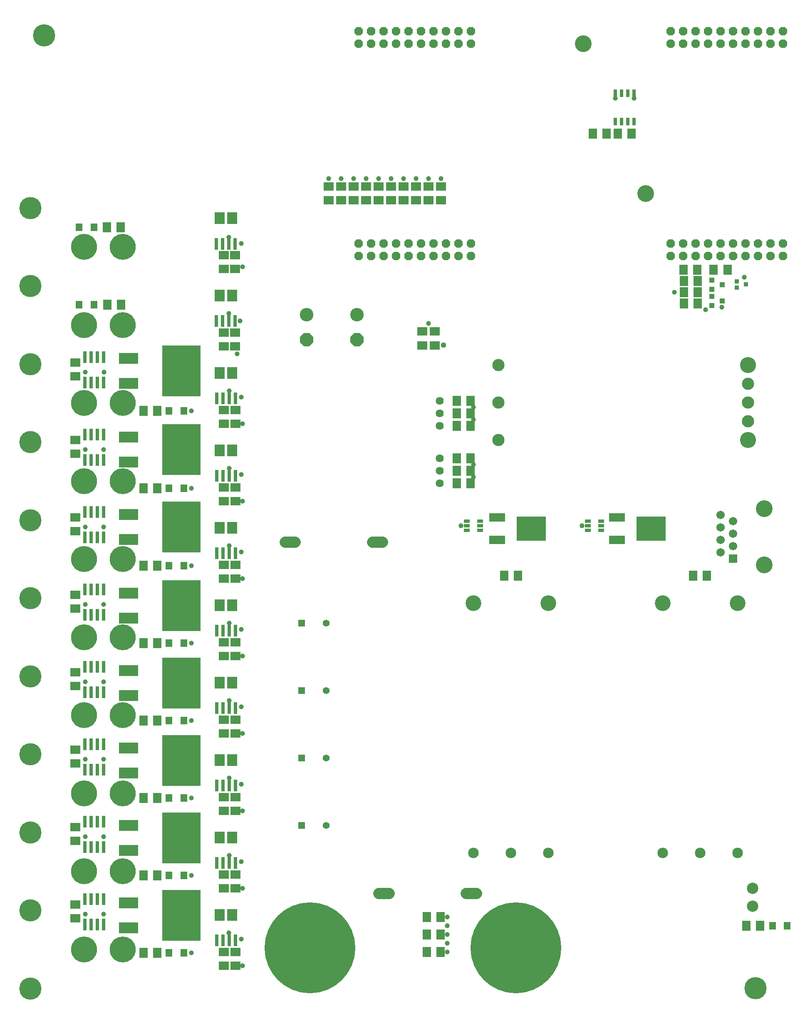
<source format=gts>
G75*
%MOIN*%
%OFA0B0*%
%FSLAX24Y24*%
%IPPOS*%
%LPD*%
%AMOC8*
5,1,8,0,0,1.08239X$1,22.5*
%
%ADD10C,0.1340*%
%ADD11C,0.0848*%
%ADD12C,0.1261*%
%ADD13R,0.0556X0.0556*%
%ADD14C,0.0556*%
%ADD15R,0.0790X0.0710*%
%ADD16C,0.7280*%
%ADD17R,0.0552X0.0631*%
%ADD18R,0.0710X0.0789*%
%ADD19R,0.0356X0.0356*%
%ADD20R,0.0710X0.0790*%
%ADD21C,0.0907*%
%ADD22R,0.0789X0.0710*%
%ADD23R,0.0316X0.0946*%
%ADD24R,0.0836X0.0946*%
%ADD25C,0.1080*%
%ADD26OC8,0.1080*%
%ADD27C,0.0905*%
%ADD28R,0.1580X0.0900*%
%ADD29R,0.3080X0.4080*%
%ADD30C,0.0640*%
%ADD31R,0.0273X0.0592*%
%ADD32C,0.2080*%
%ADD33C,0.1780*%
%ADD34OC8,0.0680*%
%ADD35C,0.0674*%
%ADD36R,0.0674X0.0674*%
%ADD37C,0.1340*%
%ADD38C,0.0980*%
%ADD39C,0.1280*%
%ADD40R,0.1261X0.0710*%
%ADD41R,0.2330X0.1980*%
%ADD42R,0.0434X0.0395*%
%ADD43R,0.0513X0.0316*%
%ADD44C,0.0390*%
%ADD45C,0.0437*%
D10*
X062660Y070160D03*
X057660Y082160D03*
D11*
X054860Y017360D03*
X051860Y017360D03*
X048860Y017360D03*
X064010Y017360D03*
X067010Y017360D03*
X070010Y017360D03*
D12*
X070010Y037360D03*
X064010Y037360D03*
X054860Y037360D03*
X048860Y037360D03*
D13*
X035075Y035760D03*
X035075Y030360D03*
X035075Y024960D03*
X035075Y019560D03*
D14*
X037044Y019560D03*
X037044Y024960D03*
X037044Y030360D03*
X037044Y035760D03*
D15*
X044760Y058000D03*
X044760Y059120D03*
X045760Y059120D03*
X045760Y058000D03*
D16*
X052260Y009760D03*
X035760Y009760D03*
D17*
X025650Y009360D03*
X024469Y009360D03*
X024469Y015560D03*
X025650Y015560D03*
X025650Y021760D03*
X024469Y021760D03*
X024469Y027960D03*
X025650Y027960D03*
X025650Y034160D03*
X024469Y034160D03*
X024469Y040360D03*
X025650Y040360D03*
X025650Y046560D03*
X024469Y046560D03*
X024469Y052760D03*
X025650Y052760D03*
X018450Y061260D03*
X017269Y061260D03*
X017269Y067460D03*
X018450Y067460D03*
X072819Y011510D03*
X074000Y011510D03*
D18*
X071811Y011510D03*
X070708Y011510D03*
X046211Y010810D03*
X045108Y010810D03*
X045108Y012210D03*
X046211Y012210D03*
X046211Y009410D03*
X045108Y009410D03*
X023511Y009360D03*
X022408Y009360D03*
X022408Y015560D03*
X023511Y015560D03*
X023511Y021760D03*
X022408Y021760D03*
X022408Y027960D03*
X023511Y027960D03*
X023511Y034160D03*
X022408Y034160D03*
X022408Y040360D03*
X023511Y040360D03*
X023511Y046560D03*
X022408Y046560D03*
X022408Y052760D03*
X023511Y052760D03*
X020641Y061260D03*
X019538Y061260D03*
X019478Y067470D03*
X020581Y067470D03*
X047508Y053560D03*
X047508Y052560D03*
X047508Y051560D03*
X048611Y051560D03*
X048611Y052560D03*
X048611Y053560D03*
X048611Y048960D03*
X048611Y047960D03*
X048611Y046960D03*
X047508Y046960D03*
X047508Y047960D03*
X047508Y048960D03*
X051308Y039560D03*
X052411Y039560D03*
X066451Y039555D03*
X067553Y039555D03*
X066811Y061360D03*
X066811Y062260D03*
X066811Y063160D03*
X065708Y063160D03*
X065708Y062260D03*
X065708Y061360D03*
X061511Y074960D03*
X060408Y074960D03*
X059511Y074960D03*
X058408Y074960D03*
D19*
X069955Y063136D03*
X069955Y062624D03*
X070684Y062880D03*
D20*
X069219Y064060D03*
X068100Y064060D03*
X066804Y064070D03*
X065685Y064070D03*
D21*
X071210Y014515D03*
X071210Y013105D03*
D22*
X029782Y014520D03*
X028868Y014520D03*
X028868Y015622D03*
X029782Y015622D03*
X029782Y020720D03*
X028868Y020720D03*
X028868Y021822D03*
X029782Y021822D03*
X029782Y026920D03*
X028868Y026920D03*
X028868Y028022D03*
X029782Y028022D03*
X029782Y033120D03*
X028868Y033120D03*
X028868Y034222D03*
X029782Y034222D03*
X029782Y039320D03*
X028868Y039320D03*
X028868Y040422D03*
X029782Y040422D03*
X029782Y045520D03*
X028868Y045520D03*
X028868Y046622D03*
X029782Y046622D03*
X029782Y051720D03*
X028868Y051720D03*
X028868Y052822D03*
X029782Y052822D03*
X029755Y057909D03*
X028860Y057909D03*
X028860Y059011D03*
X029755Y059011D03*
X029760Y064109D03*
X028860Y064109D03*
X028860Y065211D03*
X029760Y065211D03*
X037260Y069609D03*
X038260Y069609D03*
X038260Y070711D03*
X037260Y070711D03*
X039260Y070711D03*
X040260Y070711D03*
X041260Y070711D03*
X042260Y070711D03*
X042260Y069609D03*
X041260Y069609D03*
X040260Y069609D03*
X039260Y069609D03*
X043260Y069609D03*
X044260Y069609D03*
X045260Y069609D03*
X046260Y069609D03*
X046260Y070711D03*
X045260Y070711D03*
X044260Y070711D03*
X043260Y070711D03*
X016960Y056611D03*
X016960Y055509D03*
X016960Y050411D03*
X016960Y049309D03*
X016960Y044211D03*
X016960Y043109D03*
X016960Y038011D03*
X016960Y036909D03*
X016960Y031811D03*
X016960Y030709D03*
X016960Y025611D03*
X016960Y024509D03*
X016960Y019411D03*
X016960Y018309D03*
X016960Y013211D03*
X016960Y012109D03*
X028868Y009422D03*
X029782Y009422D03*
X029782Y008320D03*
X028868Y008320D03*
D23*
X028776Y010347D03*
X029276Y010347D03*
X029776Y010347D03*
X028276Y010347D03*
X028276Y016547D03*
X028776Y016547D03*
X029276Y016547D03*
X029776Y016547D03*
X029776Y022747D03*
X029276Y022747D03*
X028776Y022747D03*
X028276Y022747D03*
X028276Y028947D03*
X028776Y028947D03*
X029276Y028947D03*
X029776Y028947D03*
X029776Y035147D03*
X029276Y035147D03*
X028776Y035147D03*
X028276Y035147D03*
X028276Y041347D03*
X028776Y041347D03*
X029276Y041347D03*
X029776Y041347D03*
X029776Y047547D03*
X029276Y047547D03*
X028776Y047547D03*
X028276Y047547D03*
X028276Y053747D03*
X028776Y053747D03*
X029276Y053747D03*
X029776Y053747D03*
X029770Y059956D03*
X029270Y059956D03*
X028770Y059956D03*
X028270Y059956D03*
X028270Y066136D03*
X028770Y066136D03*
X029270Y066136D03*
X029770Y066136D03*
X019230Y057064D03*
X018730Y057064D03*
X018230Y057064D03*
X017730Y057064D03*
X017730Y055016D03*
X018230Y055016D03*
X018730Y055016D03*
X019230Y055016D03*
X019230Y050864D03*
X018730Y050864D03*
X018230Y050864D03*
X017730Y050864D03*
X017730Y048816D03*
X018230Y048816D03*
X018730Y048816D03*
X019230Y048816D03*
X019230Y044664D03*
X018730Y044664D03*
X018230Y044664D03*
X017730Y044664D03*
X017730Y042616D03*
X018230Y042616D03*
X018730Y042616D03*
X019230Y042616D03*
X019230Y038464D03*
X018730Y038464D03*
X018230Y038464D03*
X017730Y038464D03*
X017730Y036416D03*
X018230Y036416D03*
X018730Y036416D03*
X019230Y036416D03*
X019230Y032264D03*
X018730Y032264D03*
X018230Y032264D03*
X017730Y032264D03*
X017730Y030216D03*
X018230Y030216D03*
X018730Y030216D03*
X019230Y030216D03*
X019230Y026064D03*
X018730Y026064D03*
X018230Y026064D03*
X017730Y026064D03*
X017730Y024016D03*
X018230Y024016D03*
X018730Y024016D03*
X019230Y024016D03*
X019230Y019864D03*
X018730Y019864D03*
X018230Y019864D03*
X017730Y019864D03*
X017730Y017816D03*
X018230Y017816D03*
X018730Y017816D03*
X019230Y017816D03*
X019230Y013664D03*
X018730Y013664D03*
X018230Y013664D03*
X017730Y013664D03*
X017730Y011616D03*
X018230Y011616D03*
X018730Y011616D03*
X019230Y011616D03*
D24*
X028526Y012395D03*
X029526Y012395D03*
X029526Y018595D03*
X028526Y018595D03*
X028526Y024795D03*
X029526Y024795D03*
X029526Y030995D03*
X028526Y030995D03*
X028526Y037195D03*
X029526Y037195D03*
X029526Y043395D03*
X028526Y043395D03*
X028526Y049595D03*
X029526Y049595D03*
X029526Y055795D03*
X028526Y055795D03*
X028520Y062004D03*
X029520Y062004D03*
X029520Y068184D03*
X028520Y068184D03*
D25*
X035485Y060448D03*
X039535Y060448D03*
D26*
X039535Y058448D03*
X035485Y058448D03*
D27*
X034572Y042260D02*
X033747Y042260D01*
X040747Y042260D02*
X041572Y042260D01*
X041260Y014110D02*
X042085Y014110D01*
X048260Y014110D02*
X049085Y014110D01*
D28*
X021210Y013360D03*
X021210Y011360D03*
X021210Y017560D03*
X021210Y019560D03*
X021210Y023760D03*
X021210Y025760D03*
X021210Y029960D03*
X021210Y031960D03*
X021210Y036160D03*
X021210Y038160D03*
X021210Y042460D03*
X021210Y044460D03*
X021210Y048660D03*
X021210Y050660D03*
X021210Y054960D03*
X021210Y056960D03*
D29*
X025460Y055960D03*
X025460Y049660D03*
X025460Y043460D03*
X025460Y037160D03*
X025460Y030960D03*
X025460Y024760D03*
X025460Y018560D03*
X025460Y012360D03*
D30*
X046160Y046960D03*
X046160Y047960D03*
X046160Y048960D03*
X046160Y051560D03*
X046160Y052560D03*
X046160Y053560D03*
D31*
X060210Y075935D03*
X060710Y075935D03*
X061210Y075935D03*
X061710Y075935D03*
X061710Y078185D03*
X061210Y078185D03*
X060710Y078185D03*
X060210Y078185D03*
D32*
X020760Y065873D03*
X017660Y065873D03*
X017660Y059623D03*
X020760Y059623D03*
X020760Y053373D03*
X017660Y053373D03*
X017660Y047123D03*
X020760Y047123D03*
X020760Y040873D03*
X017660Y040873D03*
X017660Y034623D03*
X020760Y034623D03*
X020760Y028373D03*
X017660Y028373D03*
X017660Y022123D03*
X020760Y022123D03*
X020760Y015873D03*
X017660Y015873D03*
X017660Y009623D03*
X020760Y009623D03*
D33*
X013360Y006498D03*
X013360Y012748D03*
X013360Y018998D03*
X013360Y025248D03*
X013360Y031498D03*
X013360Y037748D03*
X013360Y043998D03*
X013360Y050248D03*
X013360Y056498D03*
X013360Y062748D03*
X013360Y068998D03*
X014460Y082810D03*
X071460Y006510D03*
D34*
X071660Y065160D03*
X071660Y066160D03*
X070660Y066160D03*
X070660Y065160D03*
X069660Y065160D03*
X069660Y066160D03*
X068660Y066160D03*
X068660Y065160D03*
X067660Y065160D03*
X067660Y066160D03*
X066660Y066160D03*
X066660Y065160D03*
X065660Y065160D03*
X065660Y066160D03*
X064660Y066160D03*
X064660Y065160D03*
X072660Y065160D03*
X073660Y065160D03*
X073660Y066160D03*
X072660Y066160D03*
X072660Y082160D03*
X073660Y082160D03*
X073660Y083160D03*
X072660Y083160D03*
X071660Y083160D03*
X071660Y082160D03*
X070660Y082160D03*
X070660Y083160D03*
X069660Y083160D03*
X069660Y082160D03*
X068660Y082160D03*
X068660Y083160D03*
X067660Y083160D03*
X067660Y082160D03*
X066660Y082160D03*
X066660Y083160D03*
X065660Y083160D03*
X065660Y082160D03*
X064660Y082160D03*
X064660Y083160D03*
X048660Y083160D03*
X048660Y082160D03*
X047660Y082160D03*
X047660Y083160D03*
X046660Y083160D03*
X046660Y082160D03*
X045660Y082160D03*
X045660Y083160D03*
X044660Y083160D03*
X044660Y082160D03*
X043660Y082160D03*
X043660Y083160D03*
X042660Y083160D03*
X042660Y082160D03*
X041660Y082160D03*
X041660Y083160D03*
X040660Y083160D03*
X040660Y082160D03*
X039660Y082160D03*
X039660Y083160D03*
X039660Y066160D03*
X040660Y066160D03*
X040660Y065160D03*
X039660Y065160D03*
X041660Y065160D03*
X042660Y065160D03*
X043660Y065160D03*
X044660Y065160D03*
X045660Y065160D03*
X045660Y066160D03*
X044660Y066160D03*
X043660Y066160D03*
X042660Y066160D03*
X041660Y066160D03*
X046660Y066160D03*
X047660Y066160D03*
X048660Y066160D03*
X048660Y065160D03*
X047660Y065160D03*
X046660Y065160D03*
D35*
X068660Y044410D03*
X068660Y043410D03*
X068660Y042410D03*
X068660Y041410D03*
X069660Y041910D03*
X069660Y042910D03*
X069660Y043910D03*
D36*
X069660Y040910D03*
D37*
X072160Y040410D03*
X072160Y044910D03*
D38*
X070860Y051910D03*
X070860Y053410D03*
X070860Y054910D03*
X050860Y053410D03*
X050860Y050410D03*
X050860Y056410D03*
D39*
X070860Y056410D03*
X070860Y050410D03*
D40*
X060369Y044208D03*
X060369Y042412D03*
X050769Y042412D03*
X050769Y044208D03*
D41*
X053485Y043310D03*
X063085Y043310D03*
D42*
X067966Y061186D03*
X067966Y061934D03*
X067966Y062486D03*
X067966Y063234D03*
X068793Y062860D03*
X068793Y061560D03*
D43*
X059091Y043934D03*
X059091Y043560D03*
X059091Y043186D03*
X058028Y043186D03*
X058028Y043560D03*
X058028Y043934D03*
X049391Y043934D03*
X049391Y043560D03*
X049391Y043186D03*
X048328Y043186D03*
X048328Y043560D03*
X048328Y043934D03*
D44*
X047860Y043560D03*
X048860Y047460D03*
X048860Y048460D03*
X048860Y052060D03*
X048860Y053060D03*
X045260Y059760D03*
X045260Y071360D03*
X046260Y071360D03*
X044260Y071360D03*
X043260Y071360D03*
X042260Y071360D03*
X041260Y071360D03*
X040260Y071360D03*
X039260Y071360D03*
X038260Y071360D03*
X037260Y071360D03*
X030260Y066160D03*
X029260Y066660D03*
X030360Y064300D03*
X029260Y060560D03*
X030160Y059960D03*
X029920Y057320D03*
X029280Y054360D03*
X030260Y053860D03*
X030360Y051710D03*
X029280Y048160D03*
X030260Y047660D03*
X030360Y045510D03*
X029280Y041960D03*
X030260Y041460D03*
X030360Y039310D03*
X029280Y035760D03*
X030260Y035260D03*
X030360Y033110D03*
X029280Y029560D03*
X030260Y029060D03*
X030360Y026910D03*
X029280Y023360D03*
X030260Y022860D03*
X030360Y020710D03*
X029280Y017160D03*
X030260Y016660D03*
X030360Y014510D03*
X029260Y010960D03*
X030260Y010460D03*
X030360Y008310D03*
X026260Y009360D03*
X026260Y015560D03*
X026260Y021760D03*
X026260Y027960D03*
X026260Y034160D03*
X026260Y040360D03*
X026260Y046560D03*
X026260Y052760D03*
X019260Y055860D03*
X017745Y055870D03*
X017745Y049670D03*
X019230Y049670D03*
X019230Y043470D03*
X017745Y043470D03*
X017745Y037270D03*
X019230Y037270D03*
X019230Y031070D03*
X017745Y031070D03*
X017745Y024870D03*
X019230Y024870D03*
X019230Y018670D03*
X017745Y018670D03*
X017745Y012470D03*
X019230Y012470D03*
X046760Y012210D03*
X046760Y011510D03*
X046760Y010810D03*
X046760Y010110D03*
X046760Y009410D03*
X057560Y043560D03*
X067460Y060860D03*
X068760Y061060D03*
X070560Y063460D03*
X064960Y062260D03*
X061510Y074960D03*
X060410Y074960D03*
X059510Y074960D03*
X058410Y074960D03*
X060220Y077780D03*
X061720Y077780D03*
D45*
X046460Y058010D03*
M02*

</source>
